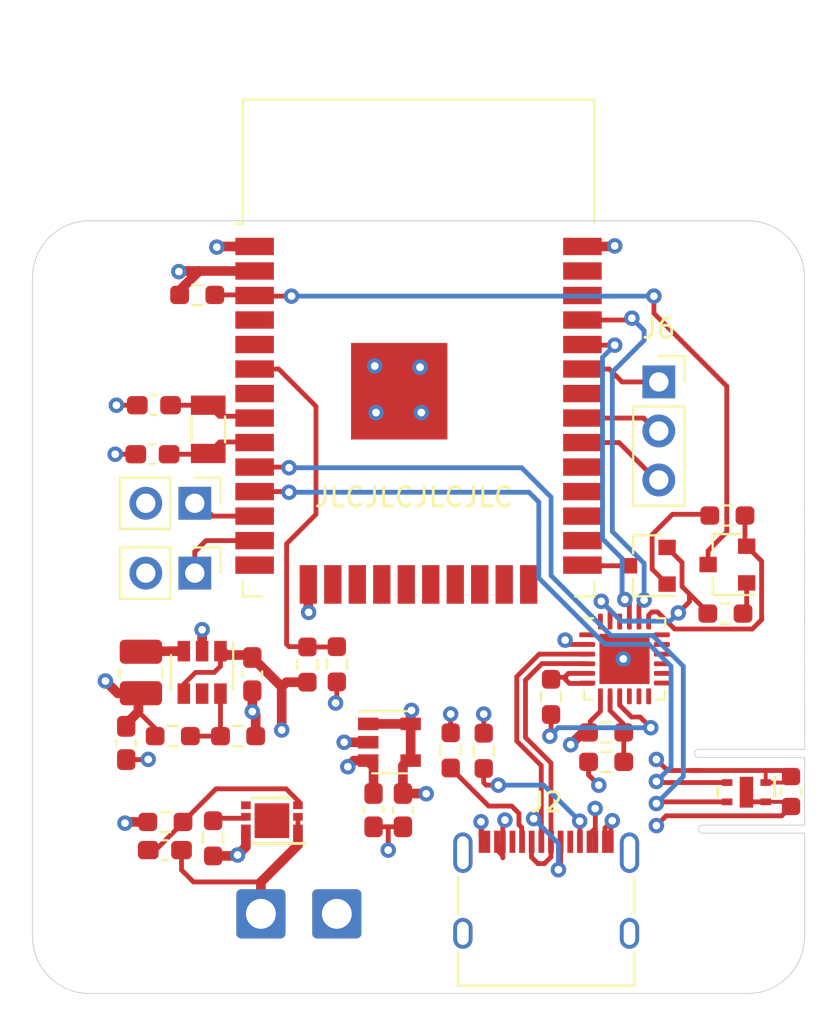
<source format=kicad_pcb>
(kicad_pcb (version 20210228) (generator pcbnew)
  (layers (0 "F.Cu" signal) (1 "In1.Cu" signal) (2 "In2.Cu" signal) (31 "B.Cu" signal) (34 "B.Paste" user) (35 "F.Paste" user) (36 "B.SilkS" user "B.Silkscreen") (37 "F.SilkS" user "F.Silkscreen") (38 "B.Mask" user) (39 "F.Mask" user) (44 "Edge.Cuts" user))
  (net 0 "")
  (net 1 "GND")
  (net 2 "+5V")
  (net 3 "Net-(J2-PadB8)")
  (net 4 "Net-(J2-PadA5)")
  (net 5 "Net-(J2-PadA8)")
  (net 6 "Net-(J2-PadB5)")
  (net 7 "/cell+")
  (net 8 "/cell-")
  (net 9 "/uart_rx")
  (net 10 "/uart_tx")
  (net 11 "/io0")
  (net 12 "/en")
  (net 13 "+3V3")
  (net 14 "Net-(R2-Pad2)")
  (net 15 "/battery_sense")
  (net 16 "Net-(U1-Pad5)")
  (net 17 "Net-(C13-Pad1)")
  (net 18 "Net-(U5-Pad32)")
  (net 19 "Net-(U5-Pad29)")
  (net 20 "Net-(U5-Pad28)")
  (net 21 "Net-(U5-Pad27)")
  (net 22 "Net-(U5-Pad26)")
  (net 23 "Net-(U5-Pad24)")
  (net 24 "Net-(U5-Pad23)")
  (net 25 "Net-(U5-Pad22)")
  (net 26 "Net-(U5-Pad21)")
  (net 27 "Net-(U5-Pad20)")
  (net 28 "Net-(U5-Pad19)")
  (net 29 "Net-(U5-Pad18)")
  (net 30 "Net-(U5-Pad17)")
  (net 31 "Net-(U5-Pad16)")
  (net 32 "Net-(U5-Pad14)")
  (net 33 "Net-(C22-Pad2)")
  (net 34 "Net-(C21-Pad1)")
  (net 35 "Net-(U5-Pad7)")
  (net 36 "Net-(U5-Pad5)")
  (net 37 "Net-(U5-Pad4)")
  (net 38 "/led")
  (net 39 "/button")
  (net 40 "/d-")
  (net 41 "/d+")
  (net 42 "Net-(Q1-Pad2)")
  (net 43 "Net-(Q1-Pad1)")
  (net 44 "Net-(Q2-Pad2)")
  (net 45 "Net-(Q2-Pad1)")
  (net 46 "Net-(R8-Pad2)")
  (net 47 "Net-(R10-Pad2)")
  (net 48 "/serial_vdd")
  (net 49 "Net-(U6-Pad24)")
  (net 50 "Net-(U6-Pad22)")
  (net 51 "Net-(U6-Pad18)")
  (net 52 "Net-(U6-Pad17)")
  (net 53 "Net-(U6-Pad16)")
  (net 54 "Net-(U6-Pad15)")
  (net 55 "Net-(U6-Pad14)")
  (net 56 "Net-(U6-Pad13)")
  (net 57 "Net-(U6-Pad12)")
  (net 58 "Net-(U6-Pad11)")
  (net 59 "Net-(U6-Pad10)")
  (net 60 "Net-(U6-Pad1)")
  (net 61 "Net-(L1-Pad1)")
  (net 62 "Net-(U5-Pad36)")
  (net 63 "Net-(U5-Pad37)")
  (net 64 "Net-(R4-Pad2)")
  (net 65 "/shtc3_sda")
  (net 66 "/shtc3_scl")
  (net 67 "Net-(U7-Pad4)")
  (net 68 "/bonus_3")
  (net 69 "/bonus_2")
  (net 70 "/bonus_1")
  (footprint "Connector_USB:USB_C_Receptacle_XKB_U262-16XN-4BVC11" (layer "F.Cu") (at 165.227 122.9995)
    (fp_text reference "J2")
    (fp_text value "USB_C_Receptacle_USB2.0")
  )
  (footprint "Connector_Wire:SolderWire-0.75sqmm_1x01_D1.25mm_OD2.3mm" (layer "F.Cu") (at 154.3685 123.063)
    (fp_text reference "J3" hide)
    (fp_text value "Conn_01x01_Male")
  )
  (footprint "Connector_Wire:SolderWire-0.75sqmm_1x01_D1.25mm_OD2.3mm" (layer "F.Cu") (at 150.4315 123.063)
    (fp_text reference "J4" hide)
    (fp_text value "Conn_01x01_Male")
  )
  (footprint "Resistor_SMD:R_0603_1608Metric_Pad0.98x0.95mm_HandSolder" (layer "F.Cu") (at 147.1295 90.9955)
    (fp_text reference "R1" hide)
    (fp_text value "10k")
  )
  (footprint "Resistor_SMD:R_0603_1608Metric_Pad0.98x0.95mm_HandSolder" (layer "F.Cu") (at 145.8595 113.8555)
    (fp_text reference "R2" hide)
    (fp_text value "110k")
  )
  (footprint "Resistor_SMD:R_0603_1608Metric_Pad0.98x0.95mm_HandSolder" (layer "F.Cu") (at 149.2485 113.8555)
    (fp_text reference "R7" hide)
    (fp_text value "20k")
  )
  (footprint "Resistor_SMD:R_0603_1608Metric_Pad0.98x0.95mm_HandSolder" (layer "F.Cu") (at 152.8445 110.149 90)
    (fp_text reference "R13" hide)
    (fp_text value "100k")
  )
  (footprint "Resistor_SMD:R_0603_1608Metric_Pad0.98x0.95mm_HandSolder" (layer "F.Cu") (at 154.3685 110.1325 -90)
    (fp_text reference "R14" hide)
    (fp_text value "100k")
  )
  (footprint "Package_TO_SOT_SMD:SOT-23-6" (layer "F.Cu") (at 147.3835 110.5535 -90)
    (fp_text reference "U1" hide)
    (fp_text value "TLV62568DDC")
  )
  (footprint "Package_TO_SOT_SMD:SOT-23-5" (layer "F.Cu") (at 157.099 114.173)
    (fp_text reference "U4" hide)
    (fp_text value "MCP73811T-420I-OT")
  )
  (footprint "RF_Module:ESP32-WROOM-32" (layer "F.Cu") (at 158.6065 96.741)
    (fp_text reference "U5" hide)
    (fp_text value "ESP32-WROOM-32")
  )
  (footprint "Crystal:Crystal_SMD_3215-2Pin_3.2x1.5mm" (layer "F.Cu") (at 147.701 97.9605 90)
    (fp_text reference "Y1" hide)
    (fp_text value "Crystal")
  )
  (footprint "Capacitor_SMD:C_0603_1608Metric_Pad1.08x0.95mm_HandSolder" (layer "F.Cu") (at 157.7975 117.692 -90)
    (fp_text reference "C14" hide)
    (fp_text value "1u")
  )
  (footprint "Capacitor_SMD:C_0603_1608Metric_Pad1.08x0.95mm_HandSolder" (layer "F.Cu") (at 156.2735 117.692 -90)
    (fp_text reference "C15" hide)
    (fp_text value "1u")
  )
  (footprint "Capacitor_SMD:C_0603_1608Metric_Pad1.08x0.95mm_HandSolder" (layer "F.Cu") (at 145.452 119.761)
    (fp_text reference "C13" hide)
    (fp_text value "100n")
  )
  (footprint "Capacitor_SMD:C_0603_1608Metric_Pad1.08x0.95mm_HandSolder" (layer "F.Cu") (at 144.8835 96.7105 180)
    (fp_text reference "C21" hide)
    (fp_text value "10p")
  )
  (footprint "Capacitor_SMD:C_0603_1608Metric_Pad1.08x0.95mm_HandSolder" (layer "F.Cu") (at 144.8065 99.2505)
    (fp_text reference "C22" hide)
    (fp_text value "10p")
  )
  (footprint "Resistor_SMD:R_0603_1608Metric_Pad0.98x0.95mm_HandSolder" (layer "F.Cu") (at 145.4785 118.3005 180)
    (fp_text reference "R3" hide)
    (fp_text value "330")
  )
  (footprint "Capacitor_SMD:C_0603_1608Metric_Pad1.08x0.95mm_HandSolder" (layer "F.Cu") (at 149.987 110.6435 -90)
    (fp_text reference "C1" hide)
    (fp_text value "10u")
  )
  (footprint "Capacitor_SMD:C_0603_1608Metric_Pad1.08x0.95mm_HandSolder" (layer "F.Cu") (at 143.4465 114.21 -90)
    (fp_text reference "C2" hide)
    (fp_text value "10u")
  )
  (footprint "Resistor_SMD:R_0603_1608Metric_Pad0.98x0.95mm_HandSolder" (layer "F.Cu") (at 147.955 119.1495 90)
    (fp_text reference "R4" hide)
    (fp_text value "2.7k")
  )
  (footprint "Resistor_SMD:R_0603_1608Metric_Pad0.98x0.95mm_HandSolder" (layer "F.Cu") (at 161.9885 114.6175 -90)
    (fp_text reference "R5" hide)
    (fp_text value "5k1")
  )
  (footprint "Resistor_SMD:R_0603_1608Metric_Pad0.98x0.95mm_HandSolder" (layer "F.Cu") (at 160.274 114.594 -90)
    (fp_text reference "R6" hide)
    (fp_text value "5k1")
  )
  (footprint "Package_TO_SOT_SMD:SOT-23" (layer "F.Cu") (at 170.4975 105.029 180)
    (fp_text reference "Q1" hide)
    (fp_text value "MMBT3904")
  )
  (footprint "Package_TO_SOT_SMD:SOT-23" (layer "F.Cu") (at 174.625 104.9655 180)
    (fp_text reference "Q2" hide)
    (fp_text value "MMBT3904")
  )
  (footprint "Resistor_SMD:R_0603_1608Metric_Pad0.98x0.95mm_HandSolder" (layer "F.Cu") (at 168.3385 113.665)
    (fp_text reference "R8" hide)
    (fp_text value "22k")
  )
  (footprint "Resistor_SMD:R_0603_1608Metric_Pad0.98x0.95mm_HandSolder" (layer "F.Cu") (at 168.3385 115.189 180)
    (fp_text reference "R9" hide)
    (fp_text value "45k")
  )
  (footprint "Resistor_SMD:R_0603_1608Metric_Pad0.98x0.95mm_HandSolder" (layer "F.Cu") (at 165.481 111.8235 -90)
    (fp_text reference "R10" hide)
    (fp_text value "10k")
  )
  (footprint "Resistor_SMD:R_0603_1608Metric_Pad0.98x0.95mm_HandSolder" (layer "F.Cu") (at 174.625 102.4255)
    (fp_text reference "R11" hide)
    (fp_text value "10k")
  )
  (footprint "Resistor_SMD:R_0603_1608Metric_Pad0.98x0.95mm_HandSolder" (layer "F.Cu") (at 174.5215 107.5055)
    (fp_text reference "R12" hide)
    (fp_text value "10k")
  )
  (footprint "Package_DFN_QFN:QFN-24-1EP_4x4mm_P0.5mm_EP2.6x2.6mm" (layer "F.Cu") (at 169.291 109.855)
    (fp_text reference "U6" hide)
    (fp_text value "CP2102N-A01-GQFN24")
  )
  (footprint "Inductor_SMD:L_1008_2520Metric" (layer "F.Cu") (at 144.2085 110.558 -90)
    (fp_text reference "L1" hide)
    (fp_text value "2.2u")
  )
  (footprint "MountingHole:MountingHole_3.2mm_M3" (layer "F.Cu") (at 175.133 123.698)
    (fp_text reference "H1" hide)
    (fp_text value "MountingHole")
  )
  (footprint "MountingHole:MountingHole_3.2mm_M3" (layer "F.Cu") (at 142.0495 123.698)
    (fp_text reference "H2" hide)
    (fp_text value "MountingHole")
  )
  (footprint "MountingHole:MountingHole_3.2mm_M3" (layer "F.Cu") (at 142.08 90.645)
    (fp_text reference "H3" hide)
    (fp_text value "MountingHole")
  )
  (footprint "MountingHole:MountingHole_3.2mm_M3" (layer "F.Cu") (at 175.0695 90.7085)
    (fp_text reference "H4" hide)
    (fp_text value "MountingHole")
  )
  (footprint "Connector_PinHeader_2.54mm:PinHeader_1x02_P2.54mm_Vertical" (layer "F.Cu") (at 147.0025 101.7905 -90)
    (fp_text reference "J1" hide)
    (fp_text value "Conn_01x02_Male")
  )
  (footprint "Connector_PinHeader_2.54mm:PinHeader_1x02_P2.54mm_Vertical" (layer "F.Cu") (at 147.0025 105.41 -90)
    (fp_text reference "J5" hide)
    (fp_text value "Conn_01x02_Male")
  )
  (footprint "esp32-thing:Diodes_UDFN2030-6_Type-C" (layer "F.Cu") (at 151.003 118.237 180)
    (fp_text reference "U7" hide)
    (fp_text value "AP9211")
  )
  (footprint "esp32-thing:SHTC3" (layer "F.Cu") (at 175.63 116.713)
    (fp_text reference "U2" hide)
    (fp_text value "SHTC3")
    (fp_line (start 3 1.75) (end -2.3 1.75) (layer "Edge.Cuts") (width 0.05))
    (fp_line (start 3 -1.75) (end 3 1.75) (layer "Edge.Cuts") (width 0.05))
    (fp_line (start -2.5 -2.17) (end 3 -2.17) (layer "Edge.Cuts") (width 0.05))
    (fp_line (start 3 2.17) (end -2.3 2.17) (layer "Edge.Cuts") (width 0.05))
    (fp_line (start -2.5 -1.75) (end 3 -1.75) (layer "Edge.Cuts") (width 0.05))
    (fp_arc (start -2.5 -1.96) (end -2.5 -2.17) (angle -180) (layer "Edge.Cuts") (width 0.05))
    (fp_arc (start -2.3 1.96) (end -2.3 1.75) (angle -180) (layer "Edge.Cuts") (width 0.05))
  )
  (footprint "Capacitor_SMD:C_0603_1608Metric" (layer "F.Cu") (at 177.927 116.726 -90)
    (fp_text reference "C3" hide)
    (fp_text value "100n")
  )
  (footprint "Connector_PinSocket_2.54mm:PinSocket_1x03_P2.54mm_Vertical" (layer "F.Cu") (at 171.069 95.504)
    (fp_text reference "J6")
    (fp_text value "Conn_01x03")
  )
  (gr_line (start 141.542127 87.1525) (end 175.670873 87.1525) (layer "Edge.Cuts") (width 0.05))
  (gr_arc (start 141.542127 90.107127) (end 141.542127 87.1525) (angle -90) (layer "Edge.Cuts") (width 0.05))
  (gr_arc (start 141.542127 124.235873) (end 138.5875 124.235873) (angle -90) (layer "Edge.Cuts") (width 0.05))
  (gr_arc (start 175.670873 124.235873) (end 175.670873 127.1905) (angle -90) (layer "Edge.Cuts") (width 0.05))
  (gr_line (start 178.6255 90.107127) (end 178.63 114.543) (layer "Edge.Cuts") (width 0.05))
  (gr_line (start 141.542127 127.1905) (end 175.670873 127.1905) (layer "Edge.Cuts") (width 0.05))
  (gr_line (start 138.5875 90.107127) (end 138.5875 124.235873) (layer "Edge.Cuts") (width 0.05))
  (gr_line (start 178.63 118.883) (end 178.63 124.235873) (layer "Edge.Cuts") (width 0.05))
  (gr_arc (start 175.670873 90.107127) (end 178.6255 90.107127) (angle -90) (layer "Edge.Cuts") (width 0.05))
  (gr_text "JLCJLCJLCJLC" (at 158.369 101.473) (layer "F.SilkS") (effects (font (size 1 1))))
  (segment (start 147.3835 108.34032) (end 147.3835 108.34032) (width 0.5) (layer "F.Cu") (net 1))
  (segment (start 167.426 115.864) (end 167.9575 116.3955) (width 0.25) (layer "F.Cu") (net 1))
  (segment (start 148.1785 88.486) (end 148.1455 88.519) (width 0.5) (layer "F.Cu") (net 1))
  (segment (start 147.955 120.062) (end 149.178 120.062) (width 0.5) (layer "F.Cu") (net 1))
  (segment (start 160.274 113.6815) (end 160.274 112.7125) (width 0.25) (layer "F.Cu") (net 1))
  (segment (start 152.8915 105.996) (end 152.8915 107.4255) (width 0.5) (layer "F.Cu") (net 1))
  (segment (start 143.4465 115.0725) (end 144.579 115.0725) (width 0.25) (layer "F.Cu") (net 1))
  (segment (start 176.612499 117.260499) (end 177.712499 117.260499) (width 0.2) (layer "F.Cu") (net 1))
  (segment (start 154.3685 111.045) (end 154.3685 112.0775) (width 0.25) (layer "F.Cu") (net 1))
  (segment (start 168.7525 88.486) (end 168.783 88.4555) (width 0.5) (layer "F.Cu") (net 1))
  (segment (start 168.577 118.316) (end 168.656 118.237) (width 0.25) (layer "F.Cu") (net 1))
  (segment (start 162.177 119.3295) (end 161.84781 119.00031) (width 0.25) (layer "F.Cu") (net 1))
  (segment (start 166.435069 109.105) (end 166.210059 108.87999) (width 0.25) (layer "F.Cu") (net 1))
  (segment (start 150.161 113.8555) (end 150.161 112.7595) (width 0.5) (layer "F.Cu") (net 1))
  (segment (start 149.987 111.506) (end 149.987 112.5855) (width 0.5) (layer "F.Cu") (net 1))
  (segment (start 143.971 96.7105) (end 142.9385 96.7105) (width 0.25) (layer "F.Cu") (net 1))
  (segment (start 168.277 118.616) (end 168.656 118.237) (width 0.25) (layer "F.Cu") (net 1))
  (segment (start 142.875 99.2505) (end 143.8275 99.2505) (width 0.25) (layer "F.Cu") (net 1))
  (segment (start 149.653 119.587) (end 149.225 120.015) (width 0.5) (layer "F.Cu") (net 1))
  (segment (start 149.653 118.812) (end 149.653 119.587) (width 0.5) (layer "F.Cu") (net 1))
  (segment (start 150.161 112.7595) (end 149.987 112.5855) (width 0.5) (layer "F.Cu") (net 1))
  (segment (start 177.445 117.983) (end 177.927 117.501) (width 0.25) (layer "F.Cu") (net 1))
  (segment (start 167.426 115.189) (end 167.426 115.864) (width 0.25) (layer "F.Cu") (net 1))
  (segment (start 176.612499 117.260499) (end 175.680499 117.260499) (width 0.25) (layer "F.Cu") (net 1))
  (segment (start 168.277 119.3295) (end 168.277 118.616) (width 0.25) (layer "F.Cu") (net 1))
  (segment (start 161.9885 113.705) (end 161.9885 112.7125) (width 0.25) (layer "F.Cu") (net 1))
  (segment (start 147.3835 109.4535) (end 147.3835 108.34032) (width 0.5) (layer "F.Cu") (net 1))
  (segment (start 157.0355 118.5545) (end 157.734 118.5545) (width 0.25) (layer "F.Cu") (net 1))
  (segment (start 154.3685 112.0775) (end 154.305 112.141) (width 0.25) (layer "F.Cu") (net 1))
  (segment (start 167.3535 109.105) (end 166.435069 109.105) (width 0.25) (layer "F.Cu") (net 1))
  (segment (start 161.877 118.321184) (end 161.84781 118.291994) (width 0.25) (layer "F.Cu") (net 1))
  (segment (start 161.84781 119.00031) (end 161.84781 118.291994) (width 0.25) (layer "F.Cu") (net 1))
  (segment (start 167.1065 88.486) (end 168.7525 88.486) (width 0.5) (layer "F.Cu") (net 1))
  (segment (start 149.178 120.062) (end 149.225 120.015) (width 0.5) (layer "F.Cu") (net 1))
  (segment (start 150.1065 88.486) (end 148.1785 88.486) (width 0.5) (layer "F.Cu") (net 1))
  (segment (start 170.942 118.491) (end 171.45 117.983) (width 0.25) (layer "F.Cu") (net 1))
  (segment (start 152.8915 107.4255) (end 152.908 107.442) (width 0.5) (layer "F.Cu") (net 1))
  (segment (start 161.877 119.3295) (end 161.877 118.321184) (width 0.25) (layer "F.Cu") (net 1))
  (segment (start 168.577 119.3295) (end 168.577 118.316) (width 0.25) (layer "F.Cu") (net 1))
  (segment (start 175.680499 117.260499) (end 175.641 117.221) (width 0.25) (layer "F.Cu") (net 1))
  (segment (start 155.999 114.173) (end 154.7495 114.173) (width 0.5) (layer "F.Cu") (net 1))
  (segment (start 143.8275 99.2505) (end 143.891 99.314) (width 0.25) (layer "F.Cu") (net 1))
  (segment (start 177.7935 117.7355) (end 177.8 117.729) (width 0.25) (layer "F.Cu") (net 1))
  (segment (start 171.45 117.983) (end 177.445 117.983) (width 0.25) (layer "F.Cu") (net 1))
  (segment (start 157.0355 118.5545) (end 157.0355 119.761) (width 0.25) (layer "F.Cu") (net 1))
  (segment (start 177.712499 117.260499) (end 177.927 117.475) (width 0.2) (layer "F.Cu") (net 1))
  (segment (start 156.2735 118.5545) (end 157.0355 118.5545) (width 0.25) (layer "F.Cu") (net 1))
  (segment (start 144.579 115.0725) (end 144.5895 115.062) (width 0.25) (layer "F.Cu") (net 1))
  (via (at 169.2275 109.855) (size 0.8) (drill 0.4) (layers "F.Cu" "B.Cu") (net 1))
  (via (at 170.942 118.491) (size 0.8) (drill 0.4) (layers "F.Cu" "B.Cu") (net 1))
  (via (at 154.305 112.141) (size 0.8) (drill 0.4) (layers "F.Cu" "B.Cu") (net 1))
  (via (at 168.783 88.4555) (size 0.8) (drill 0.4) (layers "F.Cu" "B.Cu") (net 1))
  (via (at 149.987 112.5855) (size 0.8) (drill 0.4) (layers "F.Cu" "B.Cu") (net 1))
  (via (at 152.908 107.442) (size 0.8) (drill 0.4) (layers "F.Cu" "B.Cu") (net 1))
  (via (at 158.6865 94.742) (size 0.8) (drill 0.4) (layers "F.Cu" "B.Cu") (net 1))
  (via (at 166.210059 108.87999) (size 0.8) (drill 0.4) (layers "F.Cu" "B.Cu") (net 1))
  (via (at 142.875 99.2505) (size 0.8) (drill 0.4) (layers "F.Cu" "B.Cu") (net 1))
  (via (at 142.9385 96.7105) (size 0.8) (drill 0.4) (layers "F.Cu" "B.Cu") (net 1))
  (via (at 156.337 94.6785) (size 0.8) (drill 0.4) (layers "F.Cu" "B.Cu") (net 1))
  (via (at 149.225 120.015) (size 0.8) (drill 0.4) (layers "F.Cu" "B.Cu") (net 1))
  (via (at 161.84781 118.291994) (size 0.8) (drill 0.4) (layers "F.Cu" "B.Cu") (net 1))
  (via (at 154.7495 114.173) (size 0.8) (drill 0.4) (layers "F.Cu" "B.Cu") (net 1))
  (via (at 144.5895 115.062) (size 0.8) (drill 0.4) (layers "F.Cu" "B.Cu") (net 1))
  (via (at 158.75 97.0915) (size 0.8) (drill 0.4) (layers "F.Cu" "B.Cu") (net 1))
  (via (at 156.4005 97.0915) (size 0.8) (drill 0.4) (layers "F.Cu" "B.Cu") (net 1))
  (via (at 167.9575 116.3955) (size 0.8) (drill 0.4) (layers "F.Cu" "B.Cu") (net 1))
  (via (at 147.3835 108.34032) (size 0.8) (drill 0.4) (layers "F.Cu" "B.Cu") (net 1))
  (via (at 157.0355 119.761) (size 0.8) (drill 0.4) (layers "F.Cu" "B.Cu") (net 1))
  (via (at 160.274 112.7125) (size 0.8) (drill 0.4) (layers "F.Cu" "B.Cu") (net 1))
  (via (at 161.9885 112.7125) (size 0.8) (drill 0.4) (layers "F.Cu" "B.Cu") (net 1))
  (via (at 148.1455 88.519) (size 0.8) (drill 0.4) (layers "F.Cu" "B.Cu") (net 1))
  (via (at 168.656 118.237) (size 0.8) (drill 0.4) (layers "F.Cu" "B.Cu") (net 1))
  (segment (start 157.7975 116.8295) (end 158.9935 116.8295) (width 0.5) (layer "F.Cu") (net 2))
  (segment (start 157.7975 115.3795) (end 157.7975 116.7765) (width 0.5) (layer "F.Cu") (net 2))
  (segment (start 166.37 114.427) (end 166.497 114.3) (width 0.25) (layer "F.Cu") (net 2))
  (segment (start 162.677 119.3295) (end 162.677 119.4335) (width 0.25) (layer "F.Cu") (net 2))
  (segment (start 162.977 119.3295) (end 162.977 120.1545) (width 0.25) (layer "F.Cu") (net 2))
  (segment (start 167.477 118.928) (end 167.777 118.628) (width 0.25) (layer "F.Cu") (net 2))
  (segment (start 168.041 112.5655) (end 167.513 113.0935) (width 0.25) (layer "F.Cu") (net 2))
  (segment (start 158.199 113.223) (end 158.199 112.565) (width 0.5) (layer "F.Cu") (net 2))
  (segment (start 167.777 119.3295) (end 167.777 118.628) (width 0.25) (layer "F.Cu") (net 2))
  (segment (start 167.777 118.628) (end 167.777 117.612) (width 0.25) (layer "F.Cu") (net 2))
  (segment (start 167.513 113.538) (end 167.4495 113.6015) (width 0.25) (layer "F.Cu") (net 2))
  (segment (start 162.977 118.316116) (end 163.089696 118.20342) (width 0.25) (layer "F.Cu") (net 2))
  (segment (start 162.677 119.7545) (end 162.977 120.0545) (width 0.25) (layer "F.Cu") (net 2))
  (segment (start 168.041 111.7925) (end 168.041 112.5655) (width 0.25) (layer "F.Cu") (net 2))
  (segment (start 167.513 113.0935) (end 167.513 113.538) (width 0.25) (layer "F.Cu") (net 2))
  (segment (start 157.7975 116.7765) (end 157.9245 116.9035) (width 0.5) (layer "F.Cu") (net 2))
  (segment (start 167.426 113.665) (end 167.132 113.665) (width 0.5) (layer "F.Cu") (net 2))
  (segment (start 158.199 114.978) (end 157.7975 115.3795) (width 0.5) (layer "F.Cu") (net 2))
  (segment (start 166.497 114.3) (end 167.259 113.538) (width 0.25) (layer "F.Cu") (net 2))
  (segment (start 162.977 119.3295) (end 162.977 118.316116) (width 0.25) (layer "F.Cu") (net 2))
  (segment (start 162.677 119.4335) (end 162.8775 119.634) (width 0.25) (layer "F.Cu") (net 2))
  (segment (start 167.132 113.665) (end 166.497 114.3) (width 0.5) (layer "F.Cu") (net 2))
  (segment (start 158.9935 116.8295) (end 159.004 116.84) (width 0.5) (layer "F.Cu") (net 2))
  (segment (start 167.477 119.3295) (end 167.477 118.928) (width 0.25) (layer "F.Cu") (net 2))
  (segment (start 162.677 119.3295) (end 162.677 119.7545) (width 0.25) (layer "F.Cu") (net 2))
  (segment (start 167.477 119.3295) (end 167.477 119.471) (width 0.25) (layer "F.Cu") (net 2))
  (segment (start 158.303 113.223) (end 158.3055 113.2205) (width 0.5) (layer "F.Cu") (net 2))
  (segment (start 155.999 113.223) (end 158.303 113.223) (width 0.5) (layer "F.Cu") (net 2))
  (segment (start 167.777 117.612) (end 167.767 117.602) (width 0.25) (layer "F.Cu") (net 2))
  (segment (start 158.199 112.565) (end 158.242 112.522) (width 0.5) (layer "F.Cu") (net 2))
  (segment (start 167.477 119.3295) (end 167.477 118.8645) (width 0.25) (layer "F.Cu") (net 2))
  (segment (start 162.977 120.0545) (end 162.977 120.1545) (width 0.25) (layer "F.Cu") (net 2))
  (segment (start 158.199 113.223) (end 158.199 114.978) (width 0.5) (layer "F.Cu") (net 2))
  (via (at 159.004 116.84) (size 0.8) (drill 0.4) (layers "F.Cu" "B.Cu") (net 2))
  (via (at 167.767 117.602) (size 0.8) (drill 0.4) (layers "F.Cu" "B.Cu") (net 2))
  (via (at 163.089696 118.20342) (size 0.8) (drill 0.4) (layers "F.Cu" "B.Cu") (net 2))
  (via (at 158.242 112.522) (size 0.8) (drill 0.4) (layers "F.Cu" "B.Cu") (net 2))
  (via (at 166.497 114.3) (size 0.8) (drill 0.4) (layers "F.Cu" "B.Cu") (net 2))
  (segment (start 163.814698 118.4502) (end 163.957 118.592502) (width 0.25) (layer "F.Cu") (net 4))
  (segment (start 160.274 115.5065) (end 162.245918 117.478418) (width 0.25) (layer "F.Cu") (net 4))
  (segment (start 163.957 118.592502) (end 163.957 118.9355) (width 0.25) (layer "F.Cu") (net 4))
  (segment (start 162.245918 117.478418) (end 163.437698 117.478418) (width 0.25) (layer "F.Cu") (net 4))
  (segment (start 163.437698 117.478418) (end 163.814698 117.855418) (width 0.25) (layer "F.Cu") (net 4))
  (segment (start 163.814698 117.855418) (end 163.814698 118.4502) (width 0.25) (layer "F.Cu") (net 4))
  (segment (start 166.977 119.3295) (end 166.977 118.270806) (width 0.25) (layer "F.Cu") (net 6))
  (segment (start 161.9885 116.2685) (end 162.1155 116.3955) (width 0.25) (layer "F.Cu") (net 6))
  (segment (start 166.977 118.270806) (end 166.964858 118.258664) (width 0.25) (layer "F.Cu") (net 6))
  (segment (start 162.7505 116.3955) (end 162.1155 116.3955) (width 0.25) (layer "F.Cu") (net 6))
  (segment (start 161.9885 115.53) (end 161.9885 116.2685) (width 0.25) (layer "F.Cu") (net 6))
  (via (at 162.7505 116.3955) (size 0.8) (drill 0.4) (layers "F.Cu" "B.Cu") (net 6))
  (via (at 166.964858 118.258664) (size 0.8) (drill 0.4) (layers "F.Cu" "B.Cu") (net 6))
  (segment (start 165.101694 116.3955) (end 162.7505 116.3955) (width 0.25) (layer "B.Cu") (net 6))
  (segment (start 166.964858 118.258664) (end 165.101694 116.3955) (width 0.25) (layer "B.Cu") (net 6))
  (segment (start 144.566 118.3005) (end 143.4465 118.3005) (width 0.5) (layer "F.Cu") (net 7))
  (segment (start 146.431 111.165998) (end 146.431 111.5695) (width 0.25) (layer "F.Cu") (net 7))
  (segment (start 148.3335 109.4535) (end 148.3335 109.08701) (width 0.25) (layer "F.Cu") (net 7))
  (segment (start 151.7545 111.0615) (end 151.511 111.305) (width 0.5) (layer "F.Cu") (net 7))
  (segment (start 147.043498 110.5535) (end 146.431 111.165998) (width 0.25) (layer "F.Cu") (net 7))
  (segment (start 148.3335 109.4535) (end 148.3335 110.2335) (width 0.25) (layer "F.Cu") (net 7))
  (segment (start 148.643 109.654) (end 148.3995 109.4105) (width 0.5) (layer "F.Cu") (net 7))
  (segment (start 156.2735 116.7395) (end 156.2735 115.443) (width 0.5) (layer "F.Cu") (net 7))
  (segment (start 149.987 109.781) (end 151.511 111.305) (width 0.5) (layer "F.Cu") (net 7))
  (segment (start 148.0135 110.5535) (end 147.043498 110.5535) (width 0.25) (layer "F.Cu") (net 7))
  (segment (start 156.2735 115.443) (end 156.083 115.2525) (width 0.5) (layer "F.Cu") (net 7))
  (segment (start 156.0195 115.189) (end 156.017 115.1865) (width 0.5) (layer "F.Cu") (net 7))
  (segment (start 149.9235 109.654) (end 148.643 109.654) (width 0.5) (layer "F.Cu") (net 7))
  (segment (start 143.4465 118.3005) (end 143.383 118.364) (width 0.5) (layer "F.Cu") (net 7))
  (segment (start 152.8445 111.0615) (end 151.7545 111.0615) (width 0.5) (layer "F.Cu") (net 7))
  (segment (start 155.999 115.123) (end 155.26 115.123) (width 0.5) (layer "F.Cu") (net 7))
  (segment (start 155.26 115.123) (end 154.94 115.443) (width 0.5) (layer "F.Cu") (net 7))
  (segment (start 151.511 111.305) (end 151.511 113.538) (width 0.5) (layer "F.Cu") (net 7))
  (segment (start 148.3335 110.2335) (end 148.0135 110.5535) (width 0.25) (layer "F.Cu") (net 7))
  (via (at 143.383 118.364) (size 0.8) (drill 0.4) (layers "F.Cu" "B.Cu") (net 7))
  (via (at 151.511 113.538) (size 0.8) (drill 0.4) (layers "F.Cu" "B.Cu") (net 7))
  (via (at 154.94 115.443) (size 0.8) (drill 0.4) (layers "F.Cu" "B.Cu") (net 7))
  (segment (start 146.3145 120.7875) (end 146.9365 121.4095) (width 0.25) (layer "F.Cu") (net 8))
  (segment (start 152.353 118.812) (end 152.353 119.497002) (width 0.5) (layer "F.Cu") (net 8))
  (segment (start 150.4315 121.418502) (end 151.609501 120.240501) (width 0.5) (layer "F.Cu") (net 8))
  (segment (start 152.353 118.825) (end 152.4 118.872) (width 0.25) (layer "F.Cu") (net 8))
  (segment (start 150.3655 122.87) (end 150.368 122.8725) (width 0.5) (layer "F.Cu") (net 8))
  (segment (start 146.3145 119.761) (end 146.3145 120.7875) (width 0.25) (layer "F.Cu") (net 8))
  (segment (start 146.9365 121.4095) (end 150.3655 121.4095) (width 0.25) (layer "F.Cu") (net 8))
  (segment (start 152.353 118.037) (end 152.353 118.825) (width 0.25) (layer "F.Cu") (net 8))
  (segment (start 151.075502 120.7745) (end 151.609501 120.240501) (width 0.5) (layer "F.Cu") (net 8))
  (segment (start 150.4315 123.063) (end 150.4315 121.418502) (width 0.5) (layer "F.Cu") (net 8))
  (segment (start 152.353 119.497002) (end 151.609501 120.240501) (width 0.5) (layer "F.Cu") (net 8))
  (segment (start 169.541 107.9175) (end 169.541 107.008282) (width 0.25) (layer "F.Cu") (net 9))
  (segment (start 169.541 107.008282) (end 169.307507 106.774789) (width 0.25) (layer "F.Cu") (net 9))
  (segment (start 168.783 93.599) (end 167.005 93.599) (width 0.25) (layer "F.Cu") (net 9))
  (via (at 169.307507 106.774789) (size 0.8) (drill 0.4) (layers "F.Cu" "B.Cu") (net 9))
  (via (at 168.783 93.599) (size 0.8) (drill 0.4) (layers "F.Cu" "B.Cu") (net 9))
  (segment (start 169.164 104.775) (end 169.164 106.631282) (width 0.25) (layer "B.Cu") (net 9))
  (segment (start 169.164 106.631282) (end 169.307507 106.774789) (width 0.25) (layer "B.Cu") (net 9))
  (segment (start 168.148 94.234) (end 168.783 93.599) (width 0.25) (layer "B.Cu") (net 9))
  (segment (start 169.164 104.648) (end 168.148 103.632) (width 0.25) (layer "B.Cu") (net 9))
  (segment (start 169.164 104.775) (end 169.164 104.648) (width 0.25) (layer "B.Cu") (net 9))
  (segment (start 168.148 103.632) (end 168.148 94.234) (width 0.25) (layer "B.Cu") (net 9))
  (segment (start 170.041 107.9175) (end 170.041 107.073) (width 0.25) (layer "F.Cu") (net 10))
  (segment (start 169.578 92.296) (end 169.672 92.202) (width 0.25) (layer "F.Cu") (net 10))
  (segment (start 170.041 107.073) (end 170.307 106.807) (width 0.25) (layer "F.Cu") (net 10))
  (segment (start 167.1065 92.296) (end 169.578 92.296) (width 0.25) (layer "F.Cu") (net 10))
  (via (at 170.307 106.807) (size 0.8) (drill 0.4) (layers "F.Cu" "B.Cu") (net 10))
  (via (at 169.672 92.202) (size 0.8) (drill 0.4) (layers "F.Cu" "B.Cu") (net 10))
  (segment (start 169.545 104.14) (end 170.307 104.902) (width 0.25) (layer "B.Cu") (net 10))
  (segment (start 170.307 106.807) (end 170.307 104.902) (width 0.25) (layer "B.Cu") (net 10))
  (segment (start 168.656 103.251) (end 169.545 104.14) (width 0.25) (layer "B.Cu") (net 10))
  (segment (start 170.307 93.345) (end 168.656 94.996) (width 0.25) (layer "B.Cu") (net 10))
  (segment (start 170.307 92.837) (end 170.307 93.345) (width 0.25) (layer "B.Cu") (net 10))
  (segment (start 168.656 94.996) (end 168.656 103.251) (width 0.25) (layer "B.Cu") (net 10))
  (segment (start 169.672 92.202) (end 170.307 92.837) (width 0.25) (layer "B.Cu") (net 10))
  (segment (start 169.4975 105.029) (end 167.3225 105.029) (width 0.25) (layer "F.Cu") (net 11))
  (segment (start 167.3225 105.029) (end 167.259 104.9655) (width 0.25) (layer "F.Cu") (net 11))
  (segment (start 173.625 104.251) (end 174.59325 103.28275) (width 0.25) (layer "F.Cu") (net 12))
  (segment (start 173.625 104.9655) (end 173.625 104.251) (width 0.25) (layer "F.Cu") (net 12))
  (segment (start 152.019 91.059) (end 150.241 91.059) (width 0.25) (layer "F.Cu") (net 12))
  (segment (start 174.59325 103.28275) (end 174.59325 95.72625) (width 0.25) (layer "F.Cu") (net 12))
  (segment (start 150.241 91.059) (end 150.1775 90.9955) (width 0.25) (layer "F.Cu") (net 12))
  (segment (start 170.815 91.948) (end 170.815 91.059) (width 0.25) (layer "F.Cu") (net 12))
  (segment (start 148.042 90.9955) (end 149.733 90.9955) (width 0.25) (layer "F.Cu") (net 12))
  (segment (start 174.59325 95.72625) (end 170.815 91.948) (width 0.25) (layer "F.Cu") (net 12))
  (via (at 170.815 91.059) (size 0.8) (drill 0.4) (layers "F.Cu" "B.Cu") (net 12))
  (via (at 152.019 91.059) (size 0.8) (drill 0.4) (layers "F.Cu" "B.Cu") (net 12))
  (segment (start 168.656 91.059) (end 170.815 91.059) (width 0.25) (layer "B.Cu") (net 12))
  (segment (start 168.656 91.059) (end 152.019 91.059) (width 0.25) (layer "B.Cu") (net 12))
  (segment (start 142.367 110.998) (end 142.367 110.998) (width 0.5) (layer "F.Cu") (net 13))
  (segment (start 176.612499 115.652499) (end 176.595498 115.635498) (width 0.2) (layer "F.Cu") (net 13))
  (segment (start 176.595498 115.635498) (end 173.162502 115.635498) (width 0.25) (layer "F.Cu") (net 13))
  (segment (start 143.002 111.633) (end 142.367 110.998) (width 0.5) (layer "F.Cu") (net 13))
  (segment (start 143.4465 113.2205) (end 144.0815 112.5855) (width 0.5) (layer "F.Cu") (net 13))
  (segment (start 144.0815 111.633) (end 144.0815 112.5855) (width 0.25) (layer "F.Cu") (net 13))
  (segment (start 143.4465 113.3475) (end 143.4465 113.2205) (width 0.5) (layer "F.Cu") (net 13))
  (segment (start 144.0815 112.5855) (end 144.0815 111.9505) (width 0.5) (layer "F.Cu") (net 13))
  (segment (start 177.611498 115.635498) (end 176.595498 115.635498) (width 0.25) (layer "F.Cu") (net 13))
  (segment (start 150.1065 89.756) (end 147.226 89.756) (width 0.5) (layer "F.Cu") (net 13))
  (segment (start 171.515498 115.635498) (end 170.942 115.062) (width 0.25) (layer "F.Cu") (net 13))
  (segment (start 172.023498 115.635498) (end 171.515498 115.635498) (width 0.25) (layer "F.Cu") (net 13))
  (segment (start 147.226 89.756) (end 146.21 89.756) (width 0.5) (layer "F.Cu") (net 13))
  (segment (start 146.21 89.756) (end 146.177 89.789) (width 0.5) (layer "F.Cu") (net 13))
  (segment (start 177.927 115.951) (end 177.611498 115.635498) (width 0.25) (layer "F.Cu") (net 13))
  (segment (start 173.162502 115.635498) (end 172.023498 115.635498) (width 0.25) (layer "F.Cu") (net 13))
  (segment (start 177.617501 116.260499) (end 177.927 115.951) (width 0.2) (layer "F.Cu") (net 13))
  (segment (start 144.0815 112.5855) (end 145.0975 113.6015) (width 0.25) (layer "F.Cu") (net 13))
  (segment (start 176.612499 116.260499) (end 176.612499 115.652499) (width 0.2) (layer "F.Cu") (net 13))
  (segment (start 173.162502 115.635498) (end 172.785498 115.635498) (width 0.25) (layer "F.Cu") (net 13))
  (segment (start 176.612499 116.260499) (end 177.617501 116.260499) (width 0.2) (layer "F.Cu") (net 13))
  (segment (start 147.226 89.756) (end 146.2405 90.7415) (width 0.5) (layer "F.Cu") (net 13))
  (segment (start 144.2085 111.633) (end 143.002 111.633) (width 0.5) (layer "F.Cu") (net 13))
  (via (at 170.942 115.062) (size 0.8) (drill 0.4) (layers "F.Cu" "B.Cu") (net 13))
  (via (at 142.367 110.998) (size 0.8) (drill 0.4) (layers "F.Cu" "B.Cu") (net 13))
  (via (at 146.177 89.789) (size 0.8) (drill 0.4) (layers "F.Cu" "B.Cu") (net 13))
  (segment (start 148.336 113.8555) (end 148.336 111.6965) (width 0.25) (layer "F.Cu") (net 14))
  (segment (start 146.772 113.8555) (end 148.2725 113.8555) (width 0.25) (layer "F.Cu") (net 14))
  (segment (start 151.765 103.886) (end 151.765 109.093) (width 0.25) (layer "F.Cu") (net 15))
  (segment (start 151.765 109.093) (end 151.892 109.22) (width 0.25) (layer "F.Cu") (net 15))
  (segment (start 150.1065 94.836) (end 151.3565 94.836) (width 0.25) (layer "F.Cu") (net 15))
  (segment (start 154.385 109.2365) (end 154.432 109.2835) (width 0.25) (layer "F.Cu") (net 15))
  (segment (start 152.8445 109.2365) (end 154.385 109.2365) (width 0.25) (layer "F.Cu") (net 15))
  (segment (start 153.289 96.7685) (end 153.289 102.362) (width 0.25) (layer "F.Cu") (net 15))
  (segment (start 151.892 109.22) (end 152.654 109.22) (width 0.25) (layer "F.Cu") (net 15))
  (segment (start 151.3565 94.836) (end 153.289 96.7685) (width 0.25) (layer "F.Cu") (net 15))
  (segment (start 153.289 102.362) (end 151.765 103.886) (width 0.25) (layer "F.Cu") (net 15))
  (segment (start 146.391 118.3005) (end 148.1055 116.586) (width 0.25) (layer "F.Cu") (net 17))
  (segment (start 148.1055 116.586) (end 151.737002 116.586) (width 0.25) (layer "F.Cu") (net 17))
  (segment (start 151.737002 116.586) (end 152.4 117.248998) (width 0.25) (layer "F.Cu") (net 17))
  (segment (start 144.5895 119.761) (end 144.9705 119.761) (width 0.25) (layer "F.Cu") (net 17))
  (segment (start 144.9705 119.761) (end 146.304 118.4275) (width 0.25) (layer "F.Cu") (net 17))
  (segment (start 152.4 117.248998) (end 152.4 117.348) (width 0.25) (layer "F.Cu") (net 17))
  (segment (start 148.296 98.6155) (end 150.3045 98.6155) (width 0.25) (layer "F.Cu") (net 33))
  (segment (start 147.701 99.2105) (end 148.296 98.6155) (width 0.25) (layer "F.Cu") (net 33))
  (segment (start 147.574 99.2505) (end 147.6375 99.314) (width 0.25) (layer "F.Cu") (net 33))
  (segment (start 145.669 99.2505) (end 147.574 99.2505) (width 0.25) (layer "F.Cu") (net 33))
  (segment (start 147.701 96.7105) (end 148.2725 97.282) (width 0.25) (layer "F.Cu") (net 34))
  (segment (start 145.746 96.7105) (end 147.574 96.7105) (width 0.25) (layer "F.Cu") (net 34))
  (segment (start 148.2725 97.282) (end 150.1775 97.282) (width 0.25) (layer "F.Cu") (net 34))
  (segment (start 150.1065 103.726) (end 147.5865 103.726) (width 0.25) (layer "F.Cu") (net 38))
  (segment (start 147.0025 104.31) (end 147.05575 104.25675) (width 0.25) (layer "F.Cu") (net 38))
  (segment (start 147.0025 105.41) (end 147.0025 104.31) (width 0.25) (layer "F.Cu") (net 38))
  (segment (start 147.5865 103.726) (end 147.05575 104.25675) (width 0.25) (layer "F.Cu") (net 38))
  (segment (start 150.1065 102.456) (end 147.922 102.456) (width 0.25) (layer "F.Cu") (net 39))
  (segment (start 147.0025 101.77) (end 147.0025 101.9175) (width 0.25) (layer "F.Cu") (net 39))
  (segment (start 147.922 102.456) (end 147.193 101.727) (width 0.25) (layer "F.Cu") (net 39))
  (segment (start 165.477 115.24709) (end 164.153011 113.923101) (width 0.25) (layer "F.Cu") (net 40))
  (segment (start 165.0105 110.09849) (end 167.31199 110.09849) (width 0.25) (layer "F.Cu") (net 40))
  (segment (start 164.796998 120.4595) (end 164.465 120.127502) (width 0.25) (layer "F.Cu") (net 40))
  (segment (start 165.136998 120.4595) (end 164.796998 120.4595) (width 0.25) (layer "F.Cu") (net 40))
  (segment (start 165.477 119.3295) (end 165.46349 119.31599) (width 0.25) (layer "F.Cu") (net 40))
  (segment (start 167.31199 110.09849) (end 167.3225 110.109) (width 0.25) (layer "F.Cu") (net 40))
  (segment (start 165.477 119.3295) (end 165.477 120.119498) (width 0.25) (layer "F.Cu") (net 40))
  (segment (start 164.465 120.127502) (end 164.465 119.6975) (width 0.25) (layer "F.Cu") (net 40))
  (segment (start 164.153011 110.955979) (end 165.0105 110.09849) (width 0.25) (layer "F.Cu") (net 40))
  (segment (start 165.477 120.119498) (end 165.136998 120.4595) (width 0.25) (layer "F.Cu") (net 40))
  (segment (start 164.153011 113.923101) (end 164.153011 110.955979) (width 0.25) (layer "F.Cu") (net 40))
  (segment (start 165.477 119.3295) (end 165.477 115.24709) (width 0.25) (layer "F.Cu") (net 40))
  (segment (start 163.703 114.1095) (end 164.973 115.3795) (width 0.25) (layer "F.Cu") (net 41))
  (segment (start 163.703 110.769579) (end 163.703 114.1095) (width 0.25) (layer "F.Cu") (net 41))
  (segment (start 164.973 118.5005) (end 164.973 118.3005) (width 0.25) (layer "F.Cu") (net 41))
  (segment (start 164.867579 109.605) (end 163.703 110.769579) (width 0.25) (layer "F.Cu") (net 41))
  (segment (start 164.749521 118.3005) (end 164.578313 118.129292) (width 0.25) (layer "F.Cu") (net 41))
  (segment (start 167.3535 109.605) (end 164.867579 109.605) (width 0.25) (layer "F.Cu") (net 41))
  (segment (start 164.763208 118.129292) (end 164.973 117.9195) (width 0.25) (layer "F.Cu") (net 41))
  (segment (start 164.977 118.5045) (end 164.973 118.5005) (width 0.25) (layer "F.Cu") (net 41))
  (segment (start 164.973 118.3005) (end 164.749521 118.3005) (width 0.25) (layer "F.Cu") (net 41))
  (segment (start 164.977 119.3295) (end 164.977 118.5045) (width 0.25) (layer "F.Cu") (net 41))
  (segment (start 165.977 120.662) (end 165.862 120.777) (width 0.25) (layer "F.Cu") (net 41))
  (segment (start 164.578313 118.129292) (end 164.763208 118.129292) (width 0.25) (layer "F.Cu") (net 41))
  (segment (start 165.977 119.3295) (end 165.977 120.662) (width 0.25) (layer "F.Cu") (net 41))
  (segment (start 164.973 115.3795) (end 164.973 117.9195) (width 0.25) (layer "F.Cu") (net 41))
  (segment (start 164.973 117.9195) (end 164.973 118.3005) (width 0.25) (layer "F.Cu") (net 41))
  (via (at 164.578313 118.129292) (size 0.8) (drill 0.4) (layers "F.Cu" "B.Cu") (net 41))
  (via (at 165.862 120.777) (size 0.8) (drill 0.4) (layers "F.Cu" "B.Cu") (net 41))
  (segment (start 165.862 119.412979) (end 164.578313 118.129292) (width 0.25) (layer "B.Cu") (net 41))
  (segment (start 165.862 120.777) (end 165.862 119.412979) (width 0.25) (layer "B.Cu") (net 41))
  (segment (start 172.272501 106.105501) (end 172.6565 106.4895) (width 0.25) (layer "F.Cu") (net 42))
  (segment (start 171.4975 104.079) (end 172.272501 104.854001) (width 0.25) (layer "F.Cu") (net 42))
  (segment (start 172.6565 106.4895) (end 172.6565 106.89291) (width 0.25) (layer "F.Cu") (net 42))
  (segment (start 172.6565 106.89291) (end 172.079376 107.470034) (width 0.25) (layer "F.Cu") (net 42))
  (segment (start 172.6565 106.4895) (end 173.6725 107.5055) (width 0.25) (layer "F.Cu") (net 42))
  (segment (start 168.541 107.9175) (end 168.541 107.327) (width 0.25) (layer "F.Cu") (net 42))
  (segment (start 168.541 107.327) (end 168.0845 106.8705) (width 0.25) (layer "F.Cu") (net 42))
  (segment (start 172.272501 104.854001) (end 172.272501 106.105501) (width 0.25) (layer "F.Cu") (net 42))
  (via (at 168.0845 106.8705) (size 0.8) (drill 0.4) (layers "F.Cu" "B.Cu") (net 42))
  (via (at 172.079376 107.470034) (size 0.8) (drill 0.4) (layers "F.Cu" "B.Cu") (net 42))
  (segment (start 168.0845 106.8705) (end 169.111164 107.897164) (width 0.25) (layer "B.Cu") (net 42))
  (segment (start 169.111164 107.897164) (end 171.652246 107.897164) (width 0.25) (layer "B.Cu") (net 42))
  (segment (start 171.652246 107.897164) (end 172.079376 107.470034) (width 0.25) (layer "B.Cu") (net 42))
  (segment (start 170.722499 103.418999) (end 171.779498 102.362) (width 0.25) (layer "F.Cu") (net 43))
  (segment (start 170.722499 105.203999) (end 170.722499 103.418999) (width 0.25) (layer "F.Cu") (net 43))
  (segment (start 171.779498 102.362) (end 173.6725 102.362) (width 0.25) (layer "F.Cu") (net 43))
  (segment (start 171.4975 105.979) (end 170.722499 105.203999) (width 0.25) (layer "F.Cu") (net 43))
  (segment (start 176.400001 107.822509) (end 175.917 108.30551) (width 0.25) (layer "F.Cu") (net 44))
  (segment (start 175.625 104.0155) (end 176.400001 104.790501) (width 0.25) (layer "F.Cu") (net 44))
  (segment (start 171.0055 107.421478) (end 170.708522 107.421478) (width 0.25) (layer "F.Cu") (net 44))
  (segment (start 175.5375 103.846) (end 175.7045 104.013) (width 0.25) (layer "F.Cu") (net 44))
  (segment (start 175.917 108.30551) (end 171.889532 108.30551) (width 0.25) (layer "F.Cu") (net 44))
  (segment (start 175.5375 102.4255) (end 175.5375 103.7825) (width 0.25) (layer "F.Cu") (net 44))
  (segment (start 170.708522 107.421478) (end 170.561 107.569) (width 0.25) (layer "F.Cu") (net 44))
  (segment (start 171.889532 108.30551) (end 171.0055 107.421478) (width 0.25) (layer "F.Cu") (net 44))
  (segment (start 176.400001 104.790501) (end 176.400001 107.822509) (width 0.25) (layer "F.Cu") (net 44))
  (segment (start 175.625 105.9155) (end 175.625 107.458) (width 0.25) (layer "F.Cu") (net 45))
  (segment (start 175.625 107.458) (end 175.4505 107.6325) (width 0.25) (layer "F.Cu") (net 45))
  (segment (start 169.251 113.665) (end 169.251 115.0385) (width 0.25) (layer "F.Cu") (net 46))
  (segment (start 169.251 115.0385) (end 169.2275 115.062) (width 0.25) (layer "F.Cu") (net 46))
  (segment (start 168.541 112.534) (end 169.2275 113.2205) (width 0.25) (layer "F.Cu") (net 46))
  (segment (start 168.541 111.7925) (end 168.541 112.534) (width 0.25) (layer "F.Cu") (net 46))
  (segment (start 169.041 112.253022) (end 169.652968 112.86499) (width 0.25) (layer "F.Cu") (net 47))
  (segment (start 169.652968 112.86499) (end 170.098873 112.86499) (width 0.25) (layer "F.Cu") (net 47))
  (segment (start 169.041 111.7925) (end 169.041 112.253022) (width 0.25) (layer "F.Cu") (net 47))
  (segment (start 165.481 112.736) (end 165.481 113.792) (width 0.25) (layer "F.Cu") (net 47))
  (segment (start 170.098873 112.86499) (end 170.652992 113.419109) (width 0.25) (layer "F.Cu") (net 47))
  (segment (start 165.481 113.792) (end 165.4175 113.8555) (width 0.25) (layer "F.Cu") (net 47))
  (via (at 165.4175 113.8555) (size 0.8) (drill 0.4) (layers "F.Cu" "B.Cu") (net 47))
  (via (at 170.652992 113.419109) (size 0.8) (drill 0.4) (layers "F.Cu" "B.Cu") (net 47))
  (segment (start 165.853891 113.419109) (end 170.652992 113.419109) (width 0.25) (layer "B.Cu") (net 47))
  (segment (start 165.4175 113.8555) (end 165.853891 113.419109) (width 0.25) (layer "B.Cu") (net 47))
  (segment (start 166.1795 110.8075) (end 166.243 110.744) (width 0.25) (layer "F.Cu") (net 48))
  (segment (start 165.481 110.8075) (end 166.1795 110.8075) (width 0.25) (layer "F.Cu") (net 48))
  (segment (start 166.243 110.744) (end 166.243 110.9345) (width 0.25) (layer "F.Cu") (net 48))
  (segment (start 166.382 110.605) (end 166.243 110.744) (width 0.25) (layer "F.Cu") (net 48))
  (segment (start 166.243 110.9345) (end 166.4335 111.125) (width 0.25) (layer "F.Cu") (net 48))
  (segment (start 166.4335 111.125) (end 167.64 111.125) (width 0.25) (layer "F.Cu") (net 48))
  (segment (start 167.3535 110.605) (end 166.382 110.605) (width 0.25) (layer "F.Cu") (net 48))
  (segment (start 146.4335 109.4535) (end 144.2515 109.4535) (width 0.5) (layer "F.Cu") (net 61))
  (segment (start 144.2515 109.4535) (end 144.2085 109.4105) (width 0.5) (layer "F.Cu") (net 61))
  (segment (start 144.2085 109.483) (end 146.422 109.483) (width 0.25) (layer "F.Cu") (net 61))
  (segment (start 146.295 109.483) (end 146.304 109.474) (width 0.25) (layer "F.Cu") (net 61))
  (segment (start 147.955 118.237) (end 148.082 118.11) (width 0.25) (layer "F.Cu") (net 64))
  (segment (start 148.082 118.11) (end 149.606 118.11) (width 0.25) (layer "F.Cu") (net 64))
  (segment (start 149.606 117.983) (end 149.733 117.983) (width 0.25) (layer "F.Cu") (net 64))
  (segment (start 151.859 99.916) (end 151.892 99.949) (width 0.25) (layer "F.Cu") (net 65))
  (segment (start 171.029501 117.260499) (end 170.942 117.348) (width 0.25) (layer "F.Cu") (net 65))
  (segment (start 174.612499 117.260499) (end 171.029501 117.260499) (width 0.25) (layer "F.Cu") (net 65))
  (segment (start 150.1065 99.916) (end 151.859 99.916) (width 0.25) (layer "F.Cu") (net 65))
  (via (at 170.942 117.348) (size 0.8) (drill 0.4) (layers "F.Cu" "B.Cu") (net 65))
  (via (at 151.892 99.949) (size 0.8) (drill 0.4) (layers "F.Cu" "B.Cu") (net 65))
  (segment (start 170.7474 108.642989) (end 168.586989 108.642989) (width 0.25) (layer "B.Cu") (net 65))
  (segment (start 163.703 99.949) (end 163.957 99.949) (width 0.25) (layer "B.Cu") (net 65))
  (segment (start 172.339 110.234589) (end 170.7474 108.642989) (width 0.25) (layer "B.Cu") (net 65))
  (segment (start 151.892 99.949) (end 163.703 99.949) (width 0.25) (layer "B.Cu") (net 65))
  (segment (start 170.942 117.348) (end 172.339 115.951) (width 0.25) (layer "B.Cu") (net 65))
  (segment (start 165.481 101.473) (end 165.481 103.886) (width 0.25) (layer "B.Cu") (net 65))
  (segment (start 165.481 103.759) (end 165.481 103.886) (width 0.25) (layer "B.Cu") (net 65))
  (segment (start 165.481 105.537) (end 165.481 103.886) (width 0.25) (layer "B.Cu") (net 65))
  (segment (start 168.586989 108.642989) (end 165.481 105.537) (width 0.25) (layer "B.Cu") (net 65))
  (segment (start 172.339 115.951) (end 172.339 110.234589) (width 0.25) (layer "B.Cu") (net 65))
  (segment (start 163.957 99.949) (end 165.481 101.473) (width 0.25) (layer "B.Cu") (net 65))
  (segment (start 151.859 101.186) (end 151.892 101.219) (width 0.25) (layer "F.Cu") (net 66))
  (segment (start 170.997499 116.260499) (end 170.942 116.205) (width 0.25) (layer "F.Cu") (net 66))
  (segment (start 174.612499 116.260499) (end 170.997499 116.260499) (width 0.25) (layer "F.Cu") (net 66))
  (segment (start 150.1065 101.186) (end 151.859 101.186) (width 0.25) (layer "F.Cu") (net 66))
  (via (at 151.892 101.219) (size 0.8) (drill 0.4) (layers "F.Cu" "B.Cu") (net 66))
  (via (at 170.942 116.205) (size 0.8) (drill 0.4) (layers "F.Cu" "B.Cu") (net 66))
  (segment (start 171.704 115.443) (end 170.942 116.205) (width 0.25) (layer "B.Cu") (net 66))
  (segment (start 171.704 112.268) (end 171.704 115.443) (width 0.25) (layer "B.Cu") (net 66))
  (segment (start 171.704 112.014) (end 171.704 112.268) (width 0.25) (layer "B.Cu") (net 66))
  (segment (start 171.704 110.236) (end 170.561 109.093) (width 0.25) (layer "B.Cu") (net 66))
  (segment (start 164.846 103.124) (end 164.846 105.664) (width 0.25) (layer "B.Cu") (net 66))
  (segment (start 168.275 109.093) (end 164.846 105.664) (width 0.25) (layer "B.Cu") (net 66))
  (segment (start 164.846 102.743) (end 164.846 103.124) (width 0.25) (layer "B.Cu") (net 66))
  (segment (start 164.846 101.727) (end 164.846 103.124) (width 0.25) (layer "B.Cu") (net 66))
  (segment (start 164.338 101.219) (end 164.846 101.727) (width 0.25) (layer "B.Cu") (net 66))
  (segment (start 151.892 101.219) (end 164.338 101.219) (width 0.25) (layer "B.Cu") (net 66))
  (segment (start 171.704 112.268) (end 171.704 110.236) (width 0.25) (layer "B.Cu") (net 66))
  (segment (start 170.561 109.093) (end 168.275 109.093) (width 0.25) (layer "B.Cu") (net 66))
  (segment (start 169.004 98.646) (end 170.942 100.584) (width 0.25) (layer "F.Cu") (net 68))
  (segment (start 167.1065 98.646) (end 169.004 98.646) (width 0.25) (layer "F.Cu") (net 68))
  (segment (start 167.1065 97.376) (end 170.274 97.376) (width 0.25) (layer "F.Cu") (net 69))
  (segment (start 170.274 97.376) (end 170.942 98.044) (width 0.25) (layer "F.Cu") (net 69))
  (segment (start 167.1065 94.836) (end 168.496 94.836) (width 0.25) (layer "F.Cu") (net 70))
  (segment (start 169.164 95.504) (end 171.069 95.504) (width 0.25) (layer "F.Cu") (net 70))
  (segment (start 168.496 94.836) (end 169.164 95.504) (width 0.25) (layer "F.Cu") (net 70))
)
</source>
